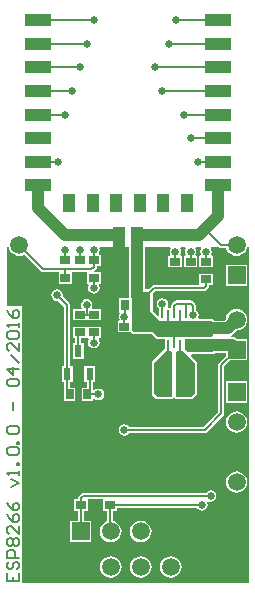
<source format=gtl>
G04 Layer_Physical_Order=1*
G04 Layer_Color=65280*
%FSLAX24Y24*%
%MOIN*%
G70*
G01*
G75*
%ADD10R,0.0335X0.0256*%
%ADD11R,0.0250X0.0800*%
%ADD12R,0.0335X0.0354*%
%ADD13R,0.0110X0.0315*%
%ADD14R,0.0787X0.0472*%
%ADD15R,0.0256X0.0335*%
%ADD16R,0.0551X0.0394*%
%ADD17R,0.0236X0.0433*%
%ADD18R,0.0394X0.0551*%
%ADD19R,0.0886X0.0394*%
%ADD20R,0.0394X0.0591*%
%ADD21C,0.0079*%
%ADD22C,0.0394*%
%ADD23C,0.0059*%
%ADD24R,0.0591X0.0591*%
%ADD25C,0.0591*%
%ADD26R,0.0591X0.0591*%
%ADD27C,0.0157*%
%ADD28C,0.0256*%
G36*
X8166Y101D02*
X611D01*
Y9337D01*
X101D01*
X101Y11299D01*
X161D01*
X166Y11262D01*
X201Y11175D01*
X258Y11101D01*
X333Y11044D01*
X419Y11008D01*
X512Y10996D01*
X605Y11008D01*
X682Y11040D01*
X1243Y10480D01*
X1276Y10458D01*
X1315Y10450D01*
X1772D01*
X1820Y10444D01*
Y10068D01*
X2275D01*
Y10444D01*
X2322Y10450D01*
X2717D01*
X2765Y10444D01*
X2765Y10400D01*
Y10068D01*
X2804D01*
X2831Y10018D01*
X2815Y9995D01*
X2800Y9921D01*
X2815Y9848D01*
X2857Y9786D01*
X2919Y9744D01*
X2992Y9730D01*
X3065Y9744D01*
X3128Y9786D01*
X3169Y9848D01*
X3184Y9921D01*
X3169Y9995D01*
X3154Y10018D01*
X3180Y10068D01*
X3219D01*
Y10444D01*
X3020D01*
X2999Y10494D01*
X3064Y10558D01*
X3086Y10591D01*
X3093Y10630D01*
Y10659D01*
X3219D01*
Y11034D01*
X3180D01*
X3154Y11084D01*
X3169Y11108D01*
X3184Y11181D01*
X3170Y11249D01*
X3173Y11264D01*
X3192Y11299D01*
X4180D01*
Y9758D01*
X4178Y9755D01*
X4172Y9724D01*
Y9597D01*
X3847D01*
Y9143D01*
X3847D01*
X3867Y9093D01*
X3839Y9050D01*
X3824Y8976D01*
X3839Y8903D01*
X3854Y8880D01*
X3828Y8830D01*
X3788D01*
Y8454D01*
X4228D01*
X4274Y8408D01*
X4300Y8390D01*
X4331Y8384D01*
X4927D01*
X5061Y8250D01*
X5087Y8233D01*
X5118Y8227D01*
X5364D01*
Y7906D01*
X5341Y7891D01*
X5341Y7891D01*
X4943Y7493D01*
X4943Y7493D01*
X4926Y7467D01*
X4920Y7436D01*
X4920Y6430D01*
X4920Y6430D01*
X4926Y6399D01*
X4943Y6373D01*
X5074Y6242D01*
X5100Y6225D01*
X5131Y6219D01*
X5568Y6219D01*
X5568Y6219D01*
X5599Y6225D01*
X5625Y6242D01*
X5643Y6260D01*
X5676Y6272D01*
X5709Y6260D01*
X5727Y6242D01*
X5753Y6225D01*
X5783Y6219D01*
X6220Y6219D01*
X6220Y6219D01*
X6251Y6225D01*
X6277Y6242D01*
X6408Y6373D01*
X6426Y6399D01*
X6432Y6430D01*
X6432Y7436D01*
X6426Y7467D01*
X6408Y7493D01*
X6408Y7493D01*
X6233Y7669D01*
X6252Y7715D01*
X6929D01*
X6960Y7721D01*
X6986Y7739D01*
X6986Y7739D01*
X7020Y7772D01*
X7401D01*
Y7662D01*
X7172Y7434D01*
X7150Y7401D01*
X7143Y7362D01*
Y5790D01*
X6651Y5298D01*
X4174D01*
X4151Y5332D01*
X4089Y5374D01*
X4016Y5388D01*
X3942Y5374D01*
X3880Y5332D01*
X3839Y5270D01*
X3824Y5197D01*
X3839Y5124D01*
X3880Y5061D01*
X3942Y5020D01*
X4016Y5005D01*
X4089Y5020D01*
X4151Y5061D01*
X4174Y5096D01*
X6693D01*
X6732Y5103D01*
X6765Y5125D01*
X7316Y5676D01*
X7338Y5709D01*
X7345Y5748D01*
Y7320D01*
X7544Y7519D01*
X8111D01*
Y8229D01*
X7763D01*
X7728Y8256D01*
X7665Y8282D01*
X7598Y8291D01*
X7561D01*
X7551Y8341D01*
X7594Y8358D01*
X7648Y8399D01*
X7765Y8517D01*
X7849Y8528D01*
X7935Y8564D01*
X8009Y8621D01*
X8066Y8695D01*
X8102Y8781D01*
X8114Y8874D01*
X8102Y8967D01*
X8066Y9053D01*
X8009Y9127D01*
X7935Y9184D01*
X7849Y9220D01*
X7756Y9232D01*
X7663Y9220D01*
X7577Y9184D01*
X7503Y9127D01*
X7446Y9053D01*
X7410Y8967D01*
X7399Y8883D01*
X7357Y8842D01*
X7020D01*
X6986Y8876D01*
X6960Y8893D01*
X6960Y8893D01*
X6929Y8899D01*
X6499D01*
X6488Y8920D01*
X6478Y8949D01*
X6491Y9016D01*
X6476Y9089D01*
X6435Y9151D01*
X6401Y9174D01*
Y9331D01*
X6393Y9369D01*
X6371Y9402D01*
X6292Y9481D01*
X6259Y9503D01*
X6220Y9511D01*
X5748D01*
X5709Y9503D01*
X5676Y9481D01*
X5604Y9409D01*
X5582Y9376D01*
X5574Y9337D01*
Y9276D01*
X5482D01*
X5466Y9307D01*
X5460Y9326D01*
X5474Y9394D01*
X5459Y9467D01*
X5417Y9529D01*
X5355Y9571D01*
X5282Y9585D01*
X5209Y9571D01*
X5146Y9529D01*
X5105Y9467D01*
X5090Y9394D01*
X5105Y9320D01*
X5146Y9258D01*
X5167Y9244D01*
Y9028D01*
X5121Y9009D01*
X4962Y9167D01*
Y9740D01*
X5042Y9820D01*
X6654D01*
X6692Y9828D01*
X6725Y9850D01*
X6804Y9928D01*
X6826Y9961D01*
X6834Y10000D01*
Y10029D01*
X6960D01*
Y10404D01*
X6505D01*
Y10029D01*
X6457Y10023D01*
X5000D01*
X4961Y10015D01*
X4928Y9993D01*
X4819Y9883D01*
X4698D01*
Y11299D01*
X5528D01*
X5554Y11249D01*
X5532Y11215D01*
X5517Y11142D01*
X5532Y11068D01*
X5547Y11045D01*
X5520Y10995D01*
X5481D01*
Y10619D01*
X5936D01*
Y10995D01*
X5897D01*
X5870Y11045D01*
X5886Y11068D01*
X5900Y11142D01*
X5886Y11215D01*
X5863Y11249D01*
X5890Y11299D01*
X6040D01*
X6066Y11249D01*
X6043Y11215D01*
X6029Y11142D01*
X6043Y11068D01*
X6059Y11045D01*
X6032Y10995D01*
X5993D01*
Y10619D01*
X6448D01*
Y10995D01*
X6409D01*
X6382Y11045D01*
X6398Y11068D01*
X6412Y11142D01*
X6398Y11215D01*
X6375Y11249D01*
X6401Y11299D01*
X6551D01*
X6578Y11249D01*
X6555Y11215D01*
X6541Y11142D01*
X6555Y11068D01*
X6571Y11045D01*
X6544Y10995D01*
X6505D01*
Y10619D01*
X6960D01*
Y10995D01*
X6920D01*
X6894Y11045D01*
X6909Y11068D01*
X6924Y11142D01*
X6909Y11215D01*
X6887Y11249D01*
X6913Y11299D01*
X7140D01*
X7157Y11283D01*
X7190Y11261D01*
X7228Y11253D01*
X7413D01*
X7446Y11175D01*
X7503Y11101D01*
X7577Y11044D01*
X7663Y11008D01*
X7756Y10996D01*
X7849Y11008D01*
X7935Y11044D01*
X8009Y11101D01*
X8066Y11175D01*
X8102Y11262D01*
X8107Y11299D01*
X8166D01*
Y101D01*
D02*
G37*
G36*
X4882Y9764D02*
Y9173D01*
Y9134D01*
X5167Y8849D01*
Y8841D01*
X5174D01*
X5197Y8819D01*
X6929D01*
X6969Y8780D01*
X6969Y8346D01*
X6929Y8307D01*
X5118D01*
X4961Y8465D01*
X4331D01*
X4252Y8543D01*
Y9724D01*
X4331Y9803D01*
X4843D01*
X4882Y9764D01*
D02*
G37*
G36*
X6969Y8189D02*
X6969Y7835D01*
X6929Y7795D01*
X6106D01*
X6024Y7878D01*
X6024Y8227D01*
X6929D01*
X6929Y8227D01*
X6930Y8227D01*
X6969Y8189D01*
D02*
G37*
G36*
X5953Y7835D02*
X6351Y7436D01*
X6351Y6430D01*
X6220Y6299D01*
X5783Y6299D01*
X5748Y6335D01*
Y6430D01*
Y7799D01*
X5783Y7835D01*
X5953Y7835D01*
D02*
G37*
G36*
X5603Y7799D02*
Y6430D01*
Y6335D01*
X5568Y6299D01*
X5131Y6299D01*
X5000Y6430D01*
X5000Y7436D01*
X5398Y7835D01*
X5568Y7835D01*
X5603Y7799D01*
D02*
G37*
%LPC*%
G36*
X8111Y10710D02*
X7401D01*
Y9999D01*
X8111D01*
Y10710D01*
D02*
G37*
G36*
X2756Y9562D02*
X2683Y9547D01*
X2620Y9506D01*
X2579Y9443D01*
X2564Y9370D01*
X2579Y9297D01*
X2594Y9273D01*
X2568Y9223D01*
X2292D01*
Y8847D01*
X2747D01*
Y8847D01*
X2765Y8847D01*
Y8847D01*
X3219D01*
Y9223D01*
X2944D01*
X2917Y9273D01*
X2933Y9297D01*
X2948Y9370D01*
X2933Y9443D01*
X2891Y9506D01*
X2829Y9547D01*
X2756Y9562D01*
D02*
G37*
G36*
X2747Y8633D02*
X2715Y8633D01*
X2292D01*
Y8257D01*
X2379D01*
Y8101D01*
X2302D01*
Y7548D01*
X2658D01*
Y8101D01*
X2582D01*
Y8257D01*
X2715D01*
X2765Y8257D01*
X2804Y8257D01*
X2831Y8207D01*
X2815Y8184D01*
X2800Y8110D01*
X2815Y8037D01*
X2857Y7975D01*
X2919Y7933D01*
X2992Y7919D01*
X3065Y7933D01*
X3128Y7975D01*
X3169Y8037D01*
X3184Y8110D01*
X3169Y8184D01*
X3154Y8207D01*
X3180Y8257D01*
X3219D01*
Y8633D01*
X2779Y8633D01*
X2747Y8633D01*
D02*
G37*
G36*
X3032Y7334D02*
X2676D01*
Y6781D01*
X2753D01*
Y6605D01*
X2588D01*
Y6151D01*
X2964D01*
Y6228D01*
X3014Y6243D01*
X3014Y6242D01*
X3076Y6201D01*
X3150Y6186D01*
X3223Y6201D01*
X3285Y6242D01*
X3327Y6305D01*
X3341Y6378D01*
X3327Y6451D01*
X3285Y6513D01*
X3223Y6555D01*
X3150Y6570D01*
X3076Y6555D01*
X3014Y6513D01*
X3014Y6513D01*
X2964Y6528D01*
Y6605D01*
X2956D01*
Y6781D01*
X3032D01*
Y7334D01*
D02*
G37*
G36*
X1772Y9877D02*
X1698Y9862D01*
X1636Y9821D01*
X1595Y9758D01*
X1580Y9685D01*
X1595Y9612D01*
X1636Y9550D01*
X1698Y9508D01*
X1772Y9493D01*
X1812Y9501D01*
X2005Y9308D01*
Y7334D01*
X1928D01*
Y6781D01*
X2005D01*
Y6605D01*
X1997D01*
Y6151D01*
X2373D01*
Y6605D01*
X2208D01*
Y6781D01*
X2284D01*
Y7334D01*
X2208D01*
Y9350D01*
X2200Y9389D01*
X2178Y9422D01*
X1955Y9645D01*
X1963Y9685D01*
X1949Y9758D01*
X1907Y9821D01*
X1845Y9862D01*
X1772Y9877D01*
D02*
G37*
G36*
X8111Y6812D02*
X7401D01*
Y6101D01*
X8111D01*
Y6812D01*
D02*
G37*
G36*
X7756Y5815D02*
X7663Y5803D01*
X7577Y5767D01*
X7503Y5710D01*
X7446Y5636D01*
X7410Y5549D01*
X7398Y5457D01*
X7410Y5364D01*
X7446Y5278D01*
X7503Y5203D01*
X7577Y5146D01*
X7663Y5111D01*
X7756Y5098D01*
X7849Y5111D01*
X7935Y5146D01*
X8009Y5203D01*
X8066Y5278D01*
X8102Y5364D01*
X8114Y5457D01*
X8102Y5549D01*
X8066Y5636D01*
X8009Y5710D01*
X7935Y5767D01*
X7849Y5803D01*
X7756Y5815D01*
D02*
G37*
G36*
Y3815D02*
X7663Y3803D01*
X7577Y3767D01*
X7503Y3710D01*
X7446Y3636D01*
X7410Y3549D01*
X7398Y3457D01*
X7410Y3364D01*
X7446Y3278D01*
X7503Y3203D01*
X7577Y3146D01*
X7663Y3111D01*
X7756Y3098D01*
X7849Y3111D01*
X7935Y3146D01*
X8009Y3203D01*
X8066Y3278D01*
X8102Y3364D01*
X8114Y3457D01*
X8102Y3549D01*
X8066Y3636D01*
X8009Y3710D01*
X7935Y3767D01*
X7849Y3803D01*
X7756Y3815D01*
D02*
G37*
G36*
X6890Y3184D02*
X6816Y3169D01*
X6754Y3128D01*
X6731Y3093D01*
X2638D01*
X2599Y3086D01*
X2566Y3064D01*
X2487Y2985D01*
X2465Y2952D01*
X2458Y2913D01*
Y2885D01*
X2332D01*
Y2509D01*
X2458D01*
Y2166D01*
X2204D01*
Y1456D01*
X2914D01*
Y2166D01*
X2660D01*
Y2509D01*
X2786D01*
Y2885D01*
X2834Y2891D01*
X3268D01*
X3316Y2885D01*
X3316Y2841D01*
Y2509D01*
X3442D01*
Y2147D01*
X3380Y2121D01*
X3306Y2064D01*
X3249Y1990D01*
X3213Y1904D01*
X3201Y1811D01*
X3213Y1718D01*
X3249Y1632D01*
X3306Y1558D01*
X3380Y1501D01*
X3466Y1465D01*
X3559Y1453D01*
X3652Y1465D01*
X3738Y1501D01*
X3812Y1558D01*
X3869Y1632D01*
X3905Y1718D01*
X3917Y1811D01*
X3905Y1904D01*
X3869Y1990D01*
X3812Y2064D01*
X3738Y2121D01*
X3652Y2157D01*
X3645Y2158D01*
Y2509D01*
X3771D01*
Y2596D01*
X6436D01*
X6459Y2561D01*
X6521Y2520D01*
X6594Y2505D01*
X6668Y2520D01*
X6730Y2561D01*
X6772Y2624D01*
X6786Y2697D01*
X6772Y2770D01*
X6754Y2797D01*
X6790Y2833D01*
X6816Y2815D01*
X6890Y2800D01*
X6963Y2815D01*
X7025Y2857D01*
X7067Y2919D01*
X7081Y2992D01*
X7067Y3065D01*
X7025Y3128D01*
X6963Y3169D01*
X6890Y3184D01*
D02*
G37*
G36*
X4559Y2169D02*
X4466Y2157D01*
X4380Y2121D01*
X4306Y2064D01*
X4249Y1990D01*
X4213Y1904D01*
X4201Y1811D01*
X4213Y1718D01*
X4249Y1632D01*
X4306Y1558D01*
X4380Y1501D01*
X4466Y1465D01*
X4559Y1453D01*
X4652Y1465D01*
X4738Y1501D01*
X4812Y1558D01*
X4869Y1632D01*
X4905Y1718D01*
X4917Y1811D01*
X4905Y1904D01*
X4869Y1990D01*
X4812Y2064D01*
X4738Y2121D01*
X4652Y2157D01*
X4559Y2169D01*
D02*
G37*
G36*
X5559Y988D02*
X5466Y976D01*
X5380Y940D01*
X5306Y883D01*
X5249Y809D01*
X5213Y723D01*
X5201Y630D01*
X5213Y537D01*
X5249Y451D01*
X5306Y377D01*
X5380Y320D01*
X5466Y284D01*
X5559Y272D01*
X5652Y284D01*
X5738Y320D01*
X5812Y377D01*
X5869Y451D01*
X5905Y537D01*
X5917Y630D01*
X5905Y723D01*
X5869Y809D01*
X5812Y883D01*
X5738Y940D01*
X5652Y976D01*
X5559Y988D01*
D02*
G37*
G36*
X4559D02*
X4466Y976D01*
X4380Y940D01*
X4306Y883D01*
X4249Y809D01*
X4213Y723D01*
X4201Y630D01*
X4213Y537D01*
X4249Y451D01*
X4306Y377D01*
X4380Y320D01*
X4466Y284D01*
X4559Y272D01*
X4652Y284D01*
X4738Y320D01*
X4812Y377D01*
X4869Y451D01*
X4905Y537D01*
X4917Y630D01*
X4905Y723D01*
X4869Y809D01*
X4812Y883D01*
X4738Y940D01*
X4652Y976D01*
X4559Y988D01*
D02*
G37*
G36*
X3559D02*
X3466Y976D01*
X3380Y940D01*
X3306Y883D01*
X3249Y809D01*
X3213Y723D01*
X3201Y630D01*
X3213Y537D01*
X3249Y451D01*
X3306Y377D01*
X3380Y320D01*
X3466Y284D01*
X3559Y272D01*
X3652Y284D01*
X3738Y320D01*
X3812Y377D01*
X3869Y451D01*
X3905Y537D01*
X3917Y630D01*
X3905Y723D01*
X3869Y809D01*
X3812Y883D01*
X3738Y940D01*
X3652Y976D01*
X3559Y988D01*
D02*
G37*
%LPD*%
D10*
X6732Y10807D02*
D03*
Y10217D02*
D03*
X6220Y10807D02*
D03*
Y10217D02*
D03*
X5709Y10807D02*
D03*
Y10217D02*
D03*
X4016Y8051D02*
D03*
Y8642D02*
D03*
X2992Y9035D02*
D03*
Y8445D02*
D03*
X2520Y8445D02*
D03*
Y9035D02*
D03*
X2992Y10846D02*
D03*
Y10256D02*
D03*
X2520Y10256D02*
D03*
Y10846D02*
D03*
X2047Y10846D02*
D03*
Y10256D02*
D03*
X3543Y3287D02*
D03*
Y2697D02*
D03*
X2559Y3287D02*
D03*
Y2697D02*
D03*
D11*
X5169Y6929D02*
D03*
X6169D02*
D03*
D12*
X6614Y8012D02*
D03*
Y8524D02*
D03*
D13*
X5676Y8075D02*
D03*
X6069D02*
D03*
X5873D02*
D03*
X5479D02*
D03*
X5282D02*
D03*
Y9059D02*
D03*
X5479D02*
D03*
X5873D02*
D03*
X6069D02*
D03*
X5676D02*
D03*
D14*
Y8567D02*
D03*
D15*
X4035Y9370D02*
D03*
X4626D02*
D03*
X2776Y6378D02*
D03*
X2185D02*
D03*
D16*
X4646Y8081D02*
D03*
Y8691D02*
D03*
D17*
X2480Y7825D02*
D03*
X2854Y7057D02*
D03*
X2106D02*
D03*
D18*
X3829Y11693D02*
D03*
X4439D02*
D03*
D19*
X7136Y13346D02*
D03*
Y14134D02*
D03*
Y14921D02*
D03*
Y15709D02*
D03*
Y16496D02*
D03*
Y17283D02*
D03*
Y18071D02*
D03*
Y18858D02*
D03*
X1132D02*
D03*
Y18071D02*
D03*
Y17283D02*
D03*
Y16496D02*
D03*
Y15709D02*
D03*
Y14921D02*
D03*
Y14134D02*
D03*
Y13346D02*
D03*
D20*
X2165Y12756D02*
D03*
X2953D02*
D03*
X3740D02*
D03*
X4528D02*
D03*
X5315D02*
D03*
X6102D02*
D03*
D21*
X3543Y2697D02*
X6594D01*
X2638Y2992D02*
X6890D01*
X2559Y2913D02*
X2638Y2992D01*
X2559Y2697D02*
Y2913D01*
X2776Y6378D02*
X3150D01*
X1132Y14134D02*
X1811D01*
X1132Y15709D02*
X2047D01*
X1132Y16496D02*
X2283D01*
X1132Y17283D02*
X2520D01*
X1132Y18071D02*
X2756D01*
X1132Y18858D02*
X2992D01*
X6457Y14134D02*
X7136D01*
X6220Y14921D02*
X7136D01*
X5984Y15709D02*
X7136D01*
X2992Y10846D02*
Y11181D01*
X2520Y10846D02*
Y11181D01*
X2047Y10846D02*
Y11181D01*
X6220Y10807D02*
Y11142D01*
X6732Y10807D02*
Y11142D01*
X2992Y10630D02*
Y10846D01*
X2913Y10551D02*
X2992Y10630D01*
Y9921D02*
Y10256D01*
X2520Y9921D02*
Y10256D01*
X2992Y9035D02*
X2992Y9035D01*
X2756Y9035D02*
Y9370D01*
X2520Y9035D02*
X2756D01*
X2992D01*
X2992Y8110D02*
Y8445D01*
X5039Y17283D02*
X7136D01*
X5276Y16496D02*
X7136D01*
X4016Y8642D02*
Y8976D01*
X4035Y8996D02*
Y9370D01*
X4016Y8976D02*
X4035Y8996D01*
X5282Y9059D02*
Y9394D01*
X5709Y10217D02*
X6220D01*
X4941D02*
X5709D01*
Y10807D02*
Y11142D01*
X6732Y10000D02*
Y10217D01*
X6654Y9921D02*
X6732Y10000D01*
X5000Y9921D02*
X6654D01*
X7228Y11354D02*
X7756D01*
X6693Y11890D02*
X7228Y11354D01*
X512D02*
X1315Y10551D01*
X2047D02*
X2913D01*
X2047Y10256D02*
Y10551D01*
X1315D02*
X2047D01*
X945Y9921D02*
X2520D01*
X512Y10354D02*
X945Y9921D01*
X2520D02*
X2795Y9646D01*
X3543D01*
X2106Y7057D02*
Y9350D01*
X1772Y9685D02*
X2106Y9350D01*
X2480Y7825D02*
Y8406D01*
X2520Y8445D01*
X2106Y6457D02*
Y7057D01*
Y6457D02*
X2185Y6378D01*
X2854Y6457D02*
Y7057D01*
X2776Y6378D02*
X2854Y6457D01*
X5479Y8764D02*
Y9059D01*
Y8764D02*
X5676Y8567D01*
Y8075D02*
Y8567D01*
X4764Y9685D02*
X5000Y9921D01*
X5479Y7762D02*
Y8075D01*
X5873Y7750D02*
Y8075D01*
X5748Y18858D02*
X7136D01*
X5512Y18071D02*
X7136D01*
X2559Y1811D02*
Y2697D01*
X3543Y1827D02*
Y2697D01*
Y1827D02*
X3559Y1811D01*
X7244Y7362D02*
X7756Y7874D01*
X7244Y5748D02*
Y7362D01*
X6693Y5197D02*
X7244Y5748D01*
X4016Y5197D02*
X6693D01*
X5873Y8764D02*
Y9059D01*
X5676Y8567D02*
X5873Y8764D01*
X5676Y9059D02*
Y9337D01*
X5748Y9409D01*
X6069Y9059D02*
Y9403D01*
X6063Y9409D02*
X6069Y9403D01*
X5748Y9409D02*
X6063D01*
X6220D01*
X6299Y9331D01*
Y9016D02*
Y9331D01*
D22*
X1132Y12608D02*
Y13346D01*
Y12608D02*
X2047Y11693D01*
X3829D01*
X7136Y12333D02*
Y13346D01*
X4439Y11693D02*
X6496D01*
X4439Y9646D02*
Y11693D01*
X3543Y9843D02*
X3829Y10128D01*
Y11693D01*
X6496D02*
X6693Y11890D01*
X7136Y12333D01*
X7465Y8583D02*
X7756Y8874D01*
X6811Y8583D02*
X7465D01*
X7598Y8031D02*
X7756Y7874D01*
X6850Y8031D02*
X7598D01*
X3543Y8110D02*
Y9646D01*
Y9843D01*
D23*
X99Y414D02*
Y152D01*
X492D01*
Y414D01*
X295Y152D02*
Y283D01*
X164Y808D02*
X99Y742D01*
Y611D01*
X164Y545D01*
X230D01*
X295Y611D01*
Y742D01*
X361Y808D01*
X427D01*
X492Y742D01*
Y611D01*
X427Y545D01*
X492Y939D02*
X99D01*
Y1135D01*
X164Y1201D01*
X295D01*
X361Y1135D01*
Y939D01*
X164Y1332D02*
X99Y1398D01*
Y1529D01*
X164Y1595D01*
X230D01*
X295Y1529D01*
X361Y1595D01*
X427D01*
X492Y1529D01*
Y1398D01*
X427Y1332D01*
X361D01*
X295Y1398D01*
X230Y1332D01*
X164D01*
X295Y1398D02*
Y1529D01*
X492Y1988D02*
Y1726D01*
X230Y1988D01*
X164D01*
X99Y1923D01*
Y1791D01*
X164Y1726D01*
X99Y2382D02*
X164Y2251D01*
X295Y2119D01*
X427D01*
X492Y2185D01*
Y2316D01*
X427Y2382D01*
X361D01*
X295Y2316D01*
Y2119D01*
X99Y2775D02*
X164Y2644D01*
X295Y2513D01*
X427D01*
X492Y2579D01*
Y2710D01*
X427Y2775D01*
X361D01*
X295Y2710D01*
Y2513D01*
X230Y3300D02*
X492Y3431D01*
X230Y3563D01*
X492Y3694D02*
Y3825D01*
Y3759D01*
X99D01*
X164Y3694D01*
X492Y4022D02*
X427D01*
Y4087D01*
X492D01*
Y4022D01*
X164Y4350D02*
X99Y4415D01*
Y4546D01*
X164Y4612D01*
X427D01*
X492Y4546D01*
Y4415D01*
X427Y4350D01*
X164D01*
X492Y4743D02*
X427D01*
Y4809D01*
X492D01*
Y4743D01*
X164Y5071D02*
X99Y5137D01*
Y5268D01*
X164Y5334D01*
X427D01*
X492Y5268D01*
Y5137D01*
X427Y5071D01*
X164D01*
X295Y5858D02*
Y6121D01*
X164Y6646D02*
X99Y6711D01*
Y6842D01*
X164Y6908D01*
X427D01*
X492Y6842D01*
Y6711D01*
X427Y6646D01*
X164D01*
X492Y7236D02*
X99D01*
X295Y7039D01*
Y7301D01*
X492Y7433D02*
X230Y7695D01*
X492Y8089D02*
Y7826D01*
X230Y8089D01*
X164D01*
X99Y8023D01*
Y7892D01*
X164Y7826D01*
Y8220D02*
X99Y8285D01*
Y8417D01*
X164Y8482D01*
X427D01*
X492Y8417D01*
Y8285D01*
X427Y8220D01*
X164D01*
X492Y8613D02*
Y8745D01*
Y8679D01*
X99D01*
X164Y8613D01*
X99Y9204D02*
X164Y9073D01*
X295Y8941D01*
X427D01*
X492Y9007D01*
Y9138D01*
X427Y9204D01*
X361D01*
X295Y9138D01*
Y8941D01*
D24*
X2559Y630D02*
D03*
Y1811D02*
D03*
D25*
X3559Y630D02*
D03*
X4559D02*
D03*
X5559D02*
D03*
X3559Y1811D02*
D03*
X4559D02*
D03*
X5559D02*
D03*
X7756Y11354D02*
D03*
Y8874D02*
D03*
Y5457D02*
D03*
Y4457D02*
D03*
Y3457D02*
D03*
X512Y11354D02*
D03*
D26*
X7756Y10354D02*
D03*
Y7874D02*
D03*
Y6457D02*
D03*
X512Y10354D02*
D03*
D27*
X5380Y8705D02*
D03*
X5971D02*
D03*
Y8429D02*
D03*
X5380D02*
D03*
X5676Y8567D02*
D03*
D28*
X6594Y2697D02*
D03*
X6890Y2992D02*
D03*
X3150Y6378D02*
D03*
X1811Y14134D02*
D03*
X2047Y15709D02*
D03*
X2283Y16496D02*
D03*
X2520Y17283D02*
D03*
X2756Y18071D02*
D03*
X2992Y18858D02*
D03*
X6457Y14134D02*
D03*
X6220Y14921D02*
D03*
X5984Y15709D02*
D03*
X2992Y11181D02*
D03*
X2520Y11181D02*
D03*
X2047Y11181D02*
D03*
X5709Y11142D02*
D03*
X6220D02*
D03*
X6732D02*
D03*
X2992Y9921D02*
D03*
X2756Y9370D02*
D03*
X2992Y8110D02*
D03*
X5039Y17283D02*
D03*
X5276Y16496D02*
D03*
X4016Y8976D02*
D03*
X5282Y9394D02*
D03*
X4941Y10217D02*
D03*
X3819D02*
D03*
X1772Y9685D02*
D03*
X4439Y9921D02*
D03*
X5748Y18858D02*
D03*
X5512Y18071D02*
D03*
X4016Y5197D02*
D03*
X6299Y9016D02*
D03*
Y8031D02*
D03*
M02*

</source>
